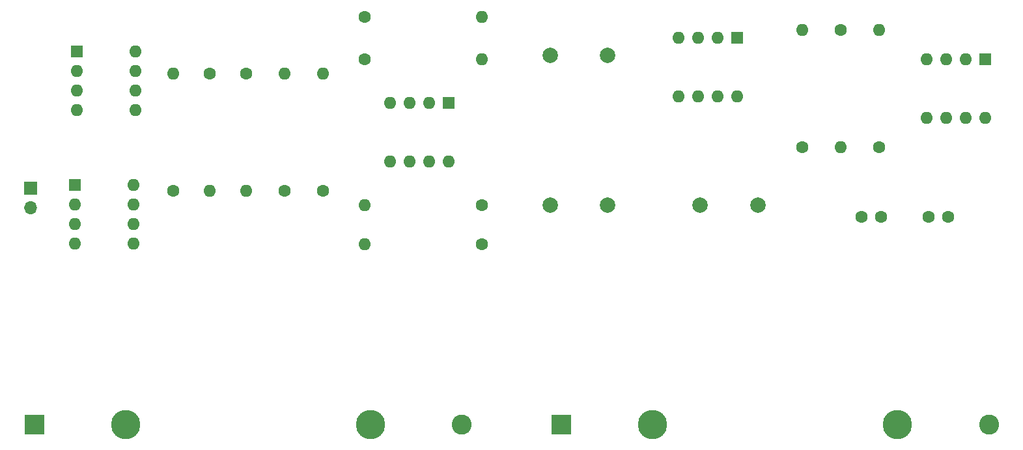
<source format=gbr>
%TF.GenerationSoftware,KiCad,Pcbnew,8.0.3*%
%TF.CreationDate,2024-07-09T16:52:22+05:30*%
%TF.ProjectId,ECG,4543472e-6b69-4636-9164-5f7063625858,rev?*%
%TF.SameCoordinates,Original*%
%TF.FileFunction,Soldermask,Bot*%
%TF.FilePolarity,Negative*%
%FSLAX46Y46*%
G04 Gerber Fmt 4.6, Leading zero omitted, Abs format (unit mm)*
G04 Created by KiCad (PCBNEW 8.0.3) date 2024-07-09 16:52:22*
%MOMM*%
%LPD*%
G01*
G04 APERTURE LIST*
%ADD10C,2.000000*%
%ADD11C,1.600000*%
%ADD12O,1.600000X1.600000*%
%ADD13C,3.800000*%
%ADD14R,2.600000X2.600000*%
%ADD15C,2.600000*%
%ADD16R,1.600000X1.600000*%
%ADD17R,1.700000X1.700000*%
%ADD18O,1.700000X1.700000*%
G04 APERTURE END LIST*
D10*
%TO.C,C3*%
X161000000Y-97000000D03*
X153500000Y-97000000D03*
%TD*%
D11*
%TO.C,R2*%
X114000000Y-79880000D03*
D12*
X114000000Y-95120000D03*
%TD*%
D11*
%TO.C,R9*%
X129380000Y-78000000D03*
D12*
X144620000Y-78000000D03*
%TD*%
D10*
%TO.C,C2*%
X173000000Y-97000000D03*
X180500000Y-97000000D03*
%TD*%
D13*
%TO.C,V3*%
X166850000Y-125500000D03*
X198650000Y-125500000D03*
D14*
X154950000Y-125500000D03*
D15*
X210550000Y-125500000D03*
%TD*%
D11*
%TO.C,R8*%
X129380000Y-72500000D03*
D12*
X144620000Y-72500000D03*
%TD*%
D16*
%TO.C,U1*%
X91700000Y-94300000D03*
D12*
X91700000Y-96840000D03*
X91700000Y-99380000D03*
X91700000Y-101920000D03*
X99320000Y-101920000D03*
X99320000Y-99380000D03*
X99320000Y-96840000D03*
X99320000Y-94300000D03*
%TD*%
D11*
%TO.C,R11*%
X191320000Y-74180000D03*
D12*
X191320000Y-89420000D03*
%TD*%
D11*
%TO.C,C4*%
X194000000Y-98500000D03*
X196500000Y-98500000D03*
%TD*%
%TO.C,R3*%
X109250000Y-79880000D03*
D12*
X109250000Y-95120000D03*
%TD*%
D10*
%TO.C,C1*%
X153500000Y-77500000D03*
X161000000Y-77500000D03*
%TD*%
D13*
%TO.C,V2*%
X98350000Y-125500000D03*
X130150000Y-125500000D03*
D14*
X86450000Y-125500000D03*
D15*
X142050000Y-125500000D03*
%TD*%
D16*
%TO.C,U5*%
X210120000Y-78000000D03*
D12*
X207580000Y-78000000D03*
X205040000Y-78000000D03*
X202500000Y-78000000D03*
X202500000Y-85620000D03*
X205040000Y-85620000D03*
X207580000Y-85620000D03*
X210120000Y-85620000D03*
%TD*%
D11*
%TO.C,R6*%
X144620000Y-102000000D03*
D12*
X129380000Y-102000000D03*
%TD*%
D11*
%TO.C,R12*%
X196320000Y-89420000D03*
D12*
X196320000Y-74180000D03*
%TD*%
D16*
%TO.C,U4*%
X177800000Y-75200000D03*
D12*
X175260000Y-75200000D03*
X172720000Y-75200000D03*
X170180000Y-75200000D03*
X170180000Y-82820000D03*
X172720000Y-82820000D03*
X175260000Y-82820000D03*
X177800000Y-82820000D03*
%TD*%
D16*
%TO.C,U2*%
X92000000Y-76960000D03*
D12*
X92000000Y-79500000D03*
X92000000Y-82040000D03*
X92000000Y-84580000D03*
X99620000Y-84580000D03*
X99620000Y-82040000D03*
X99620000Y-79500000D03*
X99620000Y-76960000D03*
%TD*%
D17*
%TO.C,V1*%
X86000000Y-94725000D03*
D18*
X86000000Y-97265000D03*
%TD*%
D11*
%TO.C,R10*%
X186320000Y-89420000D03*
D12*
X186320000Y-74180000D03*
%TD*%
D11*
%TO.C,R1*%
X104500000Y-95120000D03*
D12*
X104500000Y-79880000D03*
%TD*%
D11*
%TO.C,C5*%
X205250000Y-98500000D03*
X202750000Y-98500000D03*
%TD*%
%TO.C,R4*%
X119000000Y-95120000D03*
D12*
X119000000Y-79880000D03*
%TD*%
D16*
%TO.C,U3*%
X140300000Y-83700000D03*
D12*
X137760000Y-83700000D03*
X135220000Y-83700000D03*
X132680000Y-83700000D03*
X132680000Y-91320000D03*
X135220000Y-91320000D03*
X137760000Y-91320000D03*
X140300000Y-91320000D03*
%TD*%
D11*
%TO.C,R7*%
X144620000Y-97000000D03*
D12*
X129380000Y-97000000D03*
%TD*%
D11*
%TO.C,R5*%
X124000000Y-95120000D03*
D12*
X124000000Y-79880000D03*
%TD*%
M02*

</source>
